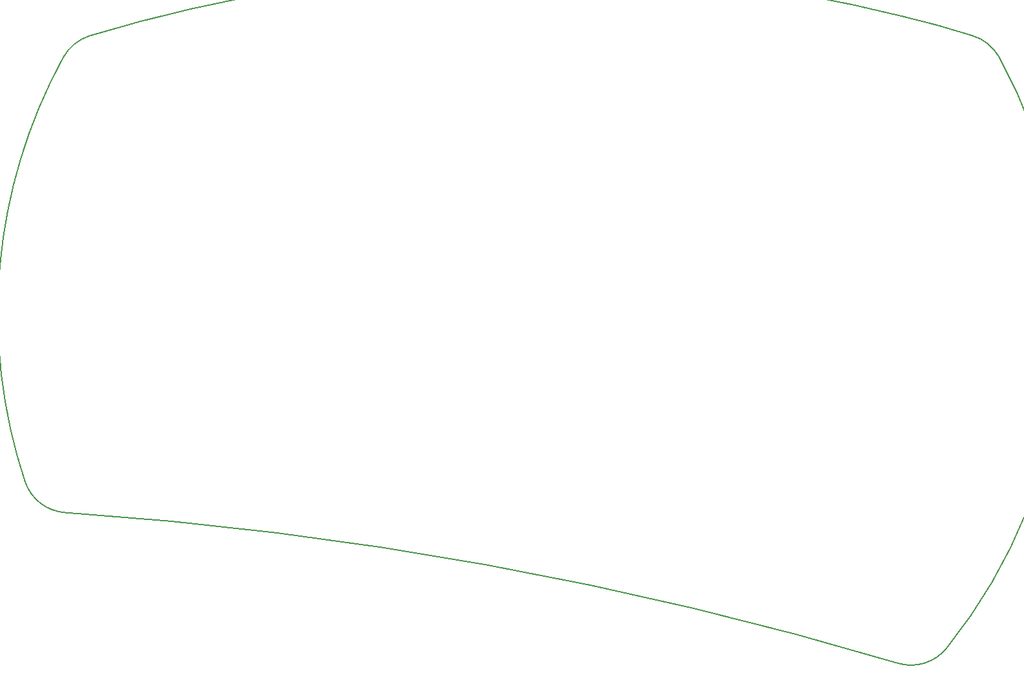
<source format=gbr>
%TF.GenerationSoftware,KiCad,Pcbnew,6.0.4-6f826c9f35~116~ubuntu20.04.1*%
%TF.CreationDate,2022-06-03T00:45:18+02:00*%
%TF.ProjectId,Bottom_Plate,426f7474-6f6d-45f5-906c-6174652e6b69,v0.1*%
%TF.SameCoordinates,Original*%
%TF.FileFunction,Profile,NP*%
%FSLAX46Y46*%
G04 Gerber Fmt 4.6, Leading zero omitted, Abs format (unit mm)*
G04 Created by KiCad (PCBNEW 6.0.4-6f826c9f35~116~ubuntu20.04.1) date 2022-06-03 00:45:18*
%MOMM*%
%LPD*%
G01*
G04 APERTURE LIST*
%TA.AperFunction,Profile*%
%ADD10C,0.150000*%
%TD*%
G04 APERTURE END LIST*
D10*
X262416859Y-203252464D02*
G75*
G03*
X153161630Y-183482473I-143107459J-479082636D01*
G01*
X272205916Y-120898534D02*
G75*
G03*
X271985972Y-120832154I-59168016J-195650166D01*
G01*
X271985971Y-120832156D02*
G75*
G03*
X263040530Y-118362828I-35767871J-112135844D01*
G01*
X147873349Y-179386338D02*
G75*
G03*
X153161630Y-183482474I5694551J1890138D01*
G01*
X275733963Y-123764126D02*
G75*
G03*
X272205916Y-120898534I-5264963J-2877474D01*
G01*
X156412826Y-120898532D02*
G75*
G03*
X152884756Y-123764114I1736874J-5743068D01*
G01*
X262416840Y-203252522D02*
G75*
G03*
X268805219Y-201269252I1717260J5749022D01*
G01*
X152884756Y-123764112D02*
G75*
G03*
X147873339Y-179386340I61424614J-33571068D01*
G01*
X268805218Y-201269250D02*
G75*
G03*
X275733987Y-123764114I-54495848J43934070D01*
G01*
X263040530Y-118362829D02*
G75*
G03*
X156412828Y-120898534I-48731160J-193972341D01*
G01*
M02*

</source>
